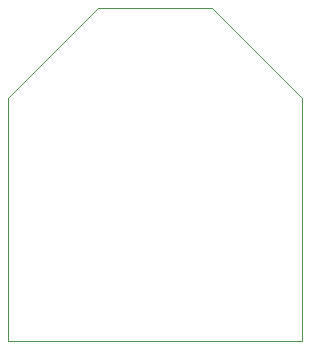
<source format=gbr>
%TF.GenerationSoftware,KiCad,Pcbnew,(5.1.7)-1*%
%TF.CreationDate,2020-10-27T00:37:30-04:00*%
%TF.ProjectId,esp8285bee,65737038-3238-4356-9265-652e6b696361,rev?*%
%TF.SameCoordinates,Original*%
%TF.FileFunction,Profile,NP*%
%FSLAX46Y46*%
G04 Gerber Fmt 4.6, Leading zero omitted, Abs format (unit mm)*
G04 Created by KiCad (PCBNEW (5.1.7)-1) date 2020-10-27 00:37:30*
%MOMM*%
%LPD*%
G01*
G04 APERTURE LIST*
%TA.AperFunction,Profile*%
%ADD10C,0.050000*%
%TD*%
G04 APERTURE END LIST*
D10*
X114046000Y-87122000D02*
X114046000Y-66548000D01*
X89154000Y-87122000D02*
X114046000Y-87122000D01*
X89154000Y-66548000D02*
X89154000Y-87122000D01*
X96774000Y-58928000D02*
X89154000Y-66548000D01*
X106426000Y-58928000D02*
X96774000Y-58928000D01*
X114046000Y-66548000D02*
X106426000Y-58928000D01*
M02*

</source>
